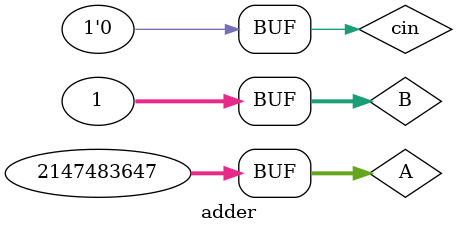
<source format=v>
`timescale 1ns / 1ns

module adder;
//Inputs
    parameter n = 32;
    reg [n-1:0] A;
    reg [n-1:0] B;
    reg cin;
//Outputs
    wire [n-1:0] SUM;
    wire error_flag;
    wire [n-1:0] out_verify;
    wire cout_verify;
    wire cout;
    wire ZERO;
    wire OVERFLOW;
//Instantiate unit under test
    adder_p #(.SIZE(n))ADDER(.A(A),.B(B),.cin(cin),.SUM(SUM),.cout(cout),.ZERO_FLAG(ZERO),.OVERFLOW_FLAG(OVERFLOW));

//Assign error_flag
    assign error_flag = (cout != cout_verify) || (SUM != out_verify);

//Verification Logic
    adder_verify #(n) VERIFY(A,B,cin,out_verify,cout_verify);
    
    initial begin
        // Initialize Inputs
	A = 32'd3;
	B = 32'd7;
	cin = 1;
	#100
	A = 32'd1;
	B = 32'd2;
	cin = 0;
	#100
	A = 32'd130000;
	B = 32'd23000;
	cin = 0;
	#100
	cin = 1;
	#100
	A = 32'd140000;
	B = 32'd220000;
	cin = 0;
	#100
	cin = 1;
	#100
	A = 32'd3000000000;
	B = 32'd1000000000;
	cin = 0;
	#100
	A = 32'd3000000000;
	B = 32'd1294967295;
	cin = 1;

	// Wait 10 ns for global reset to finish
	#100;
	A = 32'd2147483647;
	B = 32'd1;
	cin = 0;
        
        //Test cases for MOV
        
    end
    
endmodule

</source>
